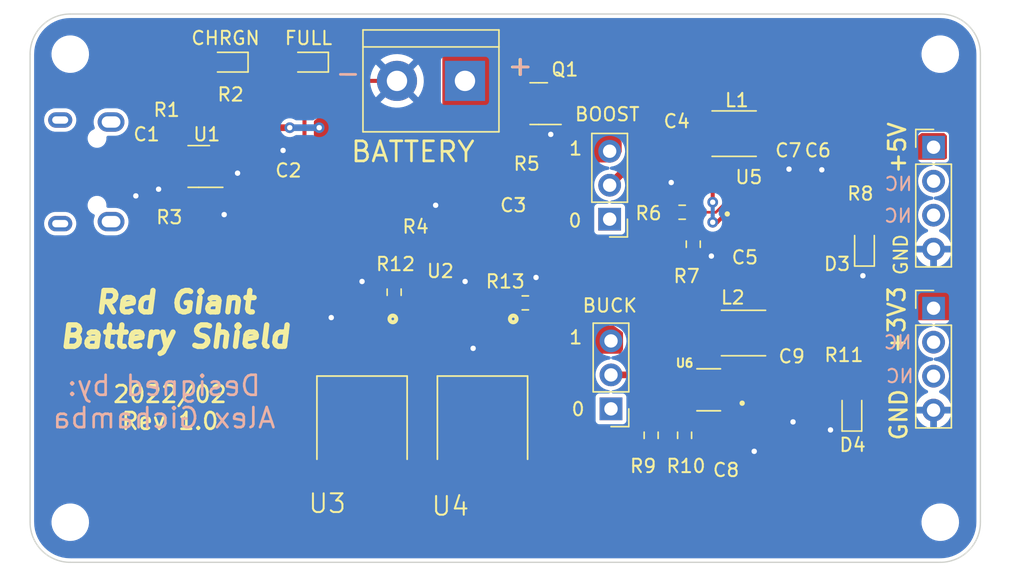
<source format=kicad_pcb>
(kicad_pcb (version 20211014) (generator pcbnew)
  (layers (0 "F.Cu" signal) (31 "B.Cu" power) (34 "B.Paste" user) (35 "F.Paste" user) (36 "B.SilkS" user "B.Silkscreen") (37 "F.SilkS" user "F.Silkscreen") (38 "B.Mask" user) (39 "F.Mask" user) (44 "Edge.Cuts" user))
  (net 0 "")
  (net 2 "+BATT")
  (net 3 "VBUS")
  (net 4 "GND")
  (net 5 "/BAT")
  (net 6 "/SW1_5V")
  (net 7 "/5V_SW")
  (net 8 "/CBST")
  (net 9 "+5V")
  (net 10 "/SW2_3V3")
  (net 11 "+3V3")
  (net 12 "/LED1")
  (net 13 "/LED2")
  (net 18 "/3V3_SW")
  (net 19 "/Vsense")
  (net 20 "/5V_F{slash}b")
  (net 21 "/3V3_F{slash}b")
  (net 22 "/Cout")
  (net 23 "/Dout")
  (net 24 "/Drain")
  (net 29 "/STAT")
  (net 30 "/PROG")
  (net 33 "/LED3")
  (net 34 "/LED4")
  (net 35 "BATT_SAFE")
  (footprint "Resistor_SMD:R_0603_1608Metric" (layer "F.Cu") (at 84 98.6 180)
    (fp_text reference "R13" (at 1.5 1.6 180) (layer "F.SilkS"))
    (fp_text value "5M1")
    (fp_line (start -0.237258 0.5225) (end 0.237258 0.5225) (layer "F.SilkS") (width 0.12))
    (fp_line (start -0.237258 -0.5225) (end 0.237258 -0.5225) (layer "F.SilkS") (width 0.12))
    (pad "1" smd roundrect (at -0.825 0 180) (size 0.8 0.95) (layers "F.Cu" "F.Paste" "F.Mask") (net 4 "GND"))
    (pad "2" smd roundrect (at 0.825 0 180) (size 0.8 0.95) (layers "F.Cu" "F.Paste" "F.Mask") (net 23 "/Dout"))
  )
  (footprint "LED_SMD:LED_0603_1608Metric" (layer "F.Cu") (at 108.4 106.7 90)
    (fp_text reference "D4" (at -2.52 0.05 180) (layer "F.SilkS"))
    (fp_text value "GREEN")
    (fp_line (start 0.8 -0.735) (end -1.485 -0.735) (layer "F.SilkS") (width 0.12))
    (fp_line (start -1.485 -0.735) (end -1.485 0.735) (layer "F.SilkS") (width 0.12))
    (fp_line (start -1.485 0.735) (end 0.8 0.735) (layer "F.SilkS") (width 0.12))
    (pad "1" smd roundrect (at -0.7875 0 90) (size 0.875 0.95) (layers "F.Cu" "F.Paste" "F.Mask") (net 4 "GND"))
    (pad "2" smd roundrect (at 0.7875 0 90) (size 0.875 0.95) (layers "F.Cu" "F.Paste" "F.Mask") (net 34 "/LED4"))
  )
  (footprint "Resistor_SMD:R_0402_1005Metric" (layer "F.Cu") (at 107.9 104.1 180)
    (fp_text reference "R11" (at 0.1 1.6) (layer "F.SilkS"))
    (fp_text value "1k5")
    (pad "1" smd roundrect (at -0.51 0 180) (size 0.54 0.64) (layers "F.Cu" "F.Paste" "F.Mask") (net 34 "/LED4"))
    (pad "2" smd roundrect (at 0.51 0 180) (size 0.54 0.64) (layers "F.Cu" "F.Paste" "F.Mask") (net 11 "+3V3"))
  )
  (footprint "SWPA3015S1R5NT:SWPA3015S1R5NT" (layer "F.Cu") (at 99.8 82.945 180)
    (fp_text reference "L1" (at 0 -0.5 unlocked) (layer "F.SilkS"))
    (fp_text value "1u5")
    (fp_line (start -1.45 -4.7) (end 1.85 -4.7) (layer "F.SilkS") (width 0.12))
    (fp_line (start -1.45 -1.3) (end 1.85 -1.3) (layer "F.SilkS") (width 0.12))
    (pad "1" smd roundrect (at -1 -3 180) (size 0.8 2.7) (layers "F.Cu" "F.Paste" "F.Mask") (roundrect_rratio 0.125) (net 7 "/5V_SW"))
    (pad "2" smd roundrect (at 1.3 -3 180) (size 0.8 2.7) (layers "F.Cu" "F.Paste" "F.Mask") (roundrect_rratio 0.0656167979) (net 6 "/SW1_5V"))
  )
  (footprint "Package_SON:WSON-6_1.5x1.5mm_P0.5mm" (layer "F.Cu") (at 77.6 98 90)
    (fp_text reference "U2" (at 1.78 0.05 180) (layer "F.SilkS"))
    (fp_text value "BQ297xy")
    (pad "1" smd rect (at -0.525 -0.5) (size 0.28 0.85) (layers "F.Cu" "F.Paste" "F.Mask"))
    (pad "2" smd rect (at -0.575 0) (size 0.28 0.75) (layers "F.Cu" "F.Paste" "F.Mask") (net 22 "/Cout"))
    (pad "3" smd rect (at -0.575 0.5) (size 0.28 0.75) (layers "F.Cu" "F.Paste" "F.Mask") (net 23 "/Dout"))
    (pad "4" smd rect (at 0.575 0.5) (size 0.28 0.75) (layers "F.Cu" "F.Paste" "F.Mask") (net 4 "GND"))
    (pad "5" smd rect (at 0.575 0) (size 0.28 0.75) (layers "F.Cu" "F.Paste" "F.Mask") (net 5 "/BAT"))
    (pad "6" smd rect (at 0.575 -0.5) (size 0.28 0.75) (layers "F.Cu" "F.Paste" "F.Mask") (net 19 "/Vsense"))
  )
  (footprint "Capacitor_SMD:C_0603_1608Metric" (layer "F.Cu") (at 99.8375 93.5625 180)
    (fp_text reference "C5" (at -0.5625 -1.6375 180) (layer "F.SilkS"))
    (fp_text value "10nF")
    (pad "1" smd roundrect (at -0.775 0 180) (size 0.9 0.95) (layers "F.Cu" "F.Paste" "F.Mask") (net 7 "/5V_SW"))
    (pad "2" smd roundrect (at 0.775 0 180) (size 0.9 0.95) (layers "F.Cu" "F.Paste" "F.Mask") (net 8 "/CBST"))
  )
  (footprint "Resistor_SMD:R_0603_1608Metric" (layer "F.Cu") (at 96.5475 94.2125 -90)
    (fp_text reference "R7" (at 2.3875 0.4975 180) (layer "F.SilkS"))
    (fp_text value "100k")
    (fp_line (start -0.237258 0.5225) (end 0.237258 0.5225) (layer "F.SilkS") (width 0.12))
    (fp_line (start -0.237258 -0.5225) (end 0.237258 -0.5225) (layer "F.SilkS") (width 0.12))
    (pad "1" smd roundrect (at -0.825 0 270) (size 0.8 0.95) (layers "F.Cu" "F.Paste" "F.Mask") (net 20 "/5V_F{slash}b"))
    (pad "2" smd roundrect (at 0.825 0 270) (size 0.8 0.95) (layers "F.Cu" "F.Paste" "F.Mask") (net 4 "GND"))
  )
  (footprint "Resistor_SMD:R_0805_2012Metric" (layer "F.Cu") (at 82 88.2 90)
    (fp_text reference "R5" (at 0 2.1 180) (layer "F.SilkS"))
    (fp_text value "330R")
    (pad "1" smd roundrect (at -0.9125 0 90) (size 1.025 1.4) (layers "F.Cu" "F.Paste" "F.Mask") (roundrect_rratio 0.243902) (net 5 "/BAT"))
    (pad "2" smd roundrect (at 0.9125 0 90) (size 1.025 1.4) (layers "F.Cu" "F.Paste" "F.Mask") (roundrect_rratio 0.243902) (net 2 "+BATT"))
  )
  (footprint "Capacitor_SMD:C_0402_1005Metric" (layer "F.Cu") (at 81 91 180)
    (fp_text reference "C3" (at -2.1 -0.3 180) (layer "F.SilkS"))
    (fp_text value "0.1uF")
    (pad "1" smd roundrect (at -0.48 0 180) (size 0.56 0.62) (layers "F.Cu" "F.Paste" "F.Mask") (net 5 "/BAT"))
    (pad "2" smd roundrect (at 0.48 0 180) (size 0.56 0.62) (layers "F.Cu" "F.Paste" "F.Mask") (net 4 "GND"))
  )
  (footprint "Capacitor_SMD:C_0805_2012Metric" (layer "F.Cu") (at 99 108.7 -90)
    (fp_text reference "C8" (at 2.4 0 180) (layer "F.SilkS"))
    (fp_text value "4.7uF")
    (pad "1" smd roundrect (at -0.95 0 270) (size 1 1.45) (layers "F.Cu" "F.Paste" "F.Mask") (net 10 "/SW2_3V3"))
    (pad "2" smd roundrect (at 0.95 0 270) (size 1 1.45) (layers "F.Cu" "F.Paste" "F.Mask") (net 4 "GND"))
  )
  (footprint "LED_SMD:LED_0603_1608Metric" (layer "F.Cu") (at 61.8 80.6 180)
    (fp_text reference "D1")
    (fp_text value "RED")
    (fp_line (start -1.485 0.735) (end 0.8 0.735) (layer "F.SilkS") (width 0.12))
    (fp_line (start -1.485 -0.735) (end -1.485 0.735) (layer "F.SilkS") (width 0.12))
    (fp_line (start 0.8 -0.735) (end -1.485 -0.735) (layer "F.SilkS") (width 0.12))
    (pad "1" smd roundrect (at -0.7875 0 180) (size 0.875 0.95) (layers "F.Cu" "F.Paste" "F.Mask") (net 29 "/STAT"))
    (pad "2" smd roundrect (at 0.7875 0 180) (size 0.875 0.95) (layers "F.Cu" "F.Paste" "F.Mask") (net 12 "/LED1"))
  )
  (footprint "Package_TO_SOT_SMD:SOT-23-5" (layer "F.Cu") (at 59.6 88.4 180)
    (fp_text reference "U1" (at -0.6 2.4) (layer "F.SilkS"))
    (fp_text value "MCP73831-2-OT")
    (fp_line (start 0 1.56) (end 0.8 1.56) (layer "F.SilkS") (width 0.12))
    (fp_line (start 0 1.56) (end -0.8 1.56) (layer "F.SilkS") (width 0.12))
    (fp_line (start 0 -1.56) (end 0.8 -1.56) (layer "F.SilkS") (width 0.12))
    (fp_line (start 0 -1.56) (end -1.8 -1.56) (layer "F.SilkS") (width 0.12))
    (pad "1" smd roundrect (at -1.1375 -0.95 180) (size 1.325 0.6) (layers "F.Cu" "F.Paste" "F.Mask") (net 29 "/STAT"))
    (pad "2" smd roundrect (at -1.1375 0 180) (size 1.325 0.6) (layers "F.Cu" "F.Paste" "F.Mask") (net 4 "GND"))
    (pad "3" smd roundrect (at -1.1375 0.95 180) (size 1.325 0.6) (layers "F.Cu" "F.Paste" "F.Mask") (net 2 "+BATT"))
    (pad "4" smd roundrect (at 1.1375 0.95 180) (size 1.325 0.6) (layers "F.Cu" "F.Paste" "F.Mask") (net 3 "VBUS"))
    (pad "5" smd roundrect (at 1.1375 -0.95 180) (size 1.325 0.6) (layers "F.Cu" "F.Paste" "F.Mask") (net 30 "/PROG"))
  )
  (footprint "Capacitor_SMD:C_0805_2012Metric" (layer "F.Cu") (at 97.4675 89.6 180)
    (fp_text reference "C4" (at 2.1575 4.58) (layer "F.SilkS"))
    (fp_text value "10uF")
    (pad "1" smd roundrect (at -0.95 0 180) (size 1 1.45) (layers "F.Cu" "F.Paste" "F.Mask") (net 6 "/SW1_5V"))
    (pad "2" smd roundrect (at 0.95 0 180) (size 1 1.45) (layers "F.Cu" "F.Paste" "F.Mask") (net 4 "GND"))
  )
  (footprint "MCP73831T-2ATI_OT:SOT95P280X145-5N" (layer "F.Cu") (at 97.7 105.1 180)
    (fp_text reference "U6" (at 1.8 2) (layer "F.SilkS") (effects (font (size 0.64 0.64))))
    (fp_text value "TLV62569DBVR")
    (fp_line (start -0.88 1.57) (end 0.88 1.57) (layer "F.SilkS") (width 0.127))
    (fp_line (start -0.88 -1.57) (end 0.88 -1.57) (layer "F.SilkS") (width 0.127))
    (fp_circle (center -2.5 -1) (end -2.4 -1) (layer "F.SilkS") (width 0.2) (fill none))
    (pad "1" smd roundrect locked (at -1.245 -0.95 180) (size 1.22 0.6) (layers "F.Cu" "F.Paste" "F.Mask") (roundrect_rratio 0.15) (net 10 "/SW2_3V3"))
    (pad "2" smd roundrect locked (at -1.245 0 180) (size 1.22 0.6) (layers "F.Cu" "F.Paste" "F.Mask") (roundrect_rratio 0.15) (net 4 "GND"))
    (pad "3" smd roundrect locked (at -1.245 0.95 180) (size 1.22 0.6) (layers "F.Cu" "F.Paste" "F.Mask") (roundrect_rratio 0.15) (net 18 "/3V3_SW"))
    (pad "4" smd roundrect locked (at 1.245 0.95 180) (size 1.22 0.6) (layers "F.Cu" "F.Paste" "F.Mask") (roundrect_rratio 0.15) (net 10 "/SW2_3V3"))
    (pad "5" smd roundrect locked (at 1.245 -0.95 180) (size 1.22 0.6) (layers "F.Cu" "F.Paste" "F.Mask") (roundrect_rratio 0.15) (net 21 "/3V3_F{slash}b"))
  )
  (footprint "Resistor_SMD:R_0402_1005Metric" (layer "F.Cu") (at 59.2 84.2 180)
    (fp_text reference "R1" (at 2 0.03) (layer "F.SilkS"))
    (fp_text value "1k5")
    (pad "1" smd roundrect (at -0.51 0 180) (size 0.54 0.64) (layers "F.Cu" "F.Paste" "F.Mask") (net 12 "/LED1"))
    (pad "2" smd roundrect (at 0.51 0 180) (size 0.54 0.64) (layers "F.Cu" "F.Paste" "F.Mask") (net 3 "VBUS"))
  )
  (footprint "Resistor_SMD:R_0603_1608Metric" (layer "F.Cu") (at 93.4 108.5 90)
    (fp_text reference "R9" (at -2.3 -0.6 180) (layer "F.SilkS"))
    (fp_text value "510k")
    (fp_line (start -0.237258 -0.5225) (end 0.237258 -0.5225) (layer "F.SilkS") (width 0.12))
    (fp_line (start -0.237258 0.5225) (end 0.237258 0.5225) (layer "F.SilkS") (width 0.12))
    (pad "1" smd roundrect (at -0.825 0 90) (size 0.8 0.95) (layers "F.Cu" "F.Paste" "F.Mask") (net 11 "+3V3"))
    (pad "2" smd roundrect (at 0.825 0 90) (size 0.8 0.95) (layers "F.Cu" "F.Paste" "F.Mask") (net 21 "/3V3_F{slash}b"))
  )
  (footprint "Capacitor_SMD:C_0805_2012Metric" (layer "F.Cu") (at 105.9375 90.8625 90)
    (fp_text reference "C6" (at 3.6625 -0.0875 180) (layer "F.SilkS"))
    (fp_text value "22uF")
    (pad "1" smd roundrect (at -0.95 0 90) (size 1 1.45) (layers "F.Cu" "F.Paste" "F.Mask") (net 9 "+5V"))
    (pad "2" smd roundrect (at 0.95 0 90) (size 1 1.45) (layers "F.Cu" "F.Paste" "F.Mask") (net 4 "GND"))
  )
  (footprint "DPAK229P990X238-4N:DPAK229P990X238-4N" (layer "F.Cu") (at 80.8 106.2 180)
    (fp_text reference "U4" (at 2.4 -7.6) (layer "F.SilkS") (effects (font (size 1.4 1.4))))
    (fp_text value "NTD4860NT4G")
    (fp_line (start 3.37 2.128) (end -3.37 2.128) (layer "F.SilkS") (width 0.127))
    (fp_line (start 3.37 -4.093) (end 3.37 2.128) (layer "F.SilkS") (width 0.127))
    (fp_line (start -3.37 2.128) (end -3.37 -4.093) (layer "F.SilkS") (width 0.127))
    (fp_circle (center -2.3 6.4) (end -2.2 6.4) (layer "F.SilkS") (width 0.3) (fill none))
    (pad "1" smd rect locked (at -2.29 4.14 270) (size 2.83 0.97) (layers "F.Cu" "F.Paste" "F.Mask") (net 23 "/Dout"))
    (pad "3" smd rect locked (at 2.29 4.14 270) (size 2.83 0.97) (layers "F.Cu" "F.Paste" "F.Mask") (net 4 "GND"))
    (pad "4" smd rect locked (at 0 -2.51 270) (size 6.09 5.63) (layers "F.Cu" "F.Mask") (net 24 "/Drain"))
  )
  (footprint "Connector_USB:USB_Micro-B_Wuerth_629105150521" (layer "F.Cu") (at 51.2 88.8 -90)
    (fp_text reference "J1")
    (fp_text value "USB_B_Micro")
    (pad "" np_thru_hole oval (at -2.5 -0.8 270) (size 0.8 0.8) (drill 0.8) (layers *.Cu *.Mask))
    (pad "" np_thru_hole oval (at 2.5 -0.8 270) (size 0.8 0.8) (drill 0.8) (layers *.Cu *.Mask))
    (pad "1" smd rect (at -1.3 -1.9 270) (size 0.45 1.3) (layers "F.Cu" "F.Paste" "F.Mask") (net 3 "VBUS"))
    (pad "2" smd rect (at -0.65 -1.9 270) (size 0.45 1.3) (layers "F.Cu" "F.Paste" "F.Mask"))
    (pad "3" smd rect (at 0 -1.9 270) (size 0.45 1.3) (layers "F.Cu" "F.Paste" "F.Mask"))
    (pad "4" smd rect (at 0.65 -1.9 270) (size 0.45 1.3) (layers "F.Cu" "F.Paste" "F.Mask"))
    (pad "5" smd rect (at 1.3 -1.9 270) (size 0.45 1.3) (layers "F.Cu" "F.Paste" "F.Mask") (net 4 "GND"))
    (pad "6" thru_hole oval (at 3.725 -1.85 270) (size 1.45 2) (drill oval 0.85 1.4) (layers *.Cu *.Mask))
    (pad "6" thru_hole oval (at -3.875 1.95 270) (size 1.15 1.8) (drill oval 0.55 1.2) (layers *.Cu *.Mask))
    (pad "6" thru_hole oval (at 3.875 1.95 270) (size 1.15 1.8) (drill oval 0.55 1.2) (layers *.Cu *.Mask))
    (pad "6" thru_hole oval (at -3.725 -1.85 270) (size 1.45 2) (drill oval 0.85 1.4) (layers *.Cu *.Mask))
  )
  (footprint "Capacitor_SMD:C_0603_1608Metric" (layer "F.Cu") (at 55.8 88.2 -90)
    (fp_text reference "C1" (at -2.2 0.1 180) (layer "F.SilkS"))
    (fp_text value "4.7uF")
    (pad "1" smd roundrect (at -0.775 0 270) (size 0.9 0.95) (layers "F.Cu" "F.Paste" "F.Mask") (net 3 "VBUS"))
    (pad "2" smd roundrect (at 0.775 0 270) (size 0.9 0.95) (layers "F.Cu" "F.Paste" "F.Mask") (net 4 "GND"))
  )
  (footprint "MountingHole:MountingHole_2.2mm_M2" (layer "F.Cu") (at 50 115)
    (fp_text reference "H3")
    (fp_text value "MountingHole")
    (pad "" np_thru_hole circle (at 0 0) (size 2.2 2.2) (drill 2.2) (layers *.Cu *.Mask))
  )
  (footprint "LED_SMD:LED_0603_1608Metric" (layer "F.Cu") (at 67.8 80.6 180)
    (fp_text reference "D2")
    (fp_text value "GREEN")
    (fp_line (start 0.8 -0.735) (end -1.485 -0.735) (layer "F.SilkS") (width 0.12))
    (fp_line (start -1.485 0.735) (end 0.8 0.735) (layer "F.SilkS") (width 0.12))
    (fp_line (start -1.485 -0.735) (end -1.485 0.735) (layer "F.SilkS") (width 0.12))
    (pad "1" smd roundrect (at -0.7875 0 180) (size 0.875 0.95) (layers "F.Cu" "F.Paste" "F.Mask") (net 4 "GND"))
    (pad "2" smd roundrect (at 0.7875 0 180) (size 0.875 0.95) (layers "F.Cu" "F.Paste" "F.Mask") (net 13 "/LED2"))
  )
  (footprint "Capacitor_SMD:C_0603_1608Metric" (layer "F.Cu") (at 63.6 87.2)
    (fp_text reference "C2" (at 2.7 1.5 180) (layer "F.SilkS"))
    (fp_text value "4.7uF")
    (pad "1" smd roundrect (at -0.775 0) (size 0.9 0.95) (layers "F.Cu" "F.Paste" "F.Mask") (net 2 "+BATT"))
    (pad "2" smd roundrect (at 0.775 0) (size 0.9 0.95) (layers "F.Cu" "F.Paste" "F.Mask") (net 4 "GND"))
  )
  (footprint "Resistor_SMD:R_0603_1608Metric" (layer "F.Cu") (at 95.7175 91.8225)
    (fp_text reference "R6" (at -2.5175 0.0775) (layer "F.SilkS"))
    (fp_text value "316k")
    (fp_line (start -0.237258 -0.5225) (end 0.237258 -0.5225) (layer "F.SilkS") (width 0.12))
    (fp_line (start -0.237258 0.5225) (end 0.237258 0.5225) (layer "F.SilkS") (width 0.12))
    (pad "1" smd roundrect (at -0.825 0) (size 0.8 0.95) (layers "F.Cu" "F.Paste" "F.Mask") (net 9 "+5V"))
    (pad "2" smd roundrect (at 0.825 0) (size 0.8 0.95) (layers "F.Cu" "F.Paste" "F.Mask") (net 20 "/5V_F{slash}b"))
  )
  (footprint "Resistor_SMD:R_0402_1005Metric" (layer "F.Cu") (at 108.8375 91.8 180)
    (fp_text reference "R8" (at -0.1925 1.37) (layer "F.SilkS"))
    (fp_text value "2k2")
    (pad "1" smd roundrect (at -0.51 0 180) (size 0.54 0.64) (layers "F.Cu" "F.Paste" "F.Mask") (net 33 "/LED3"))
    (pad "2" smd roundrect (at 0.51 0 180) (size 0.54 0.64) (layers "F.Cu" "F.Paste" "F.Mask") (net 9 "+5V"))
  )
  (footprint "MountingHole:MountingHole_2.2mm_M2" (layer "F.Cu") (at 50 80)
    (fp_text reference "H1")
    (fp_text value "MountingHole")
    (pad "" np_thru_hole circle (at 0 0) (size 2.2 2.2) (drill 2.2) (layers *.Cu *.Mask))
  )
  (footprint "Resistor_SMD:R_0603_1608Metric" (layer "F.Cu") (at 74.2 97.8 -90)
    (fp_text reference "R12" (at -2.1 -0.1 180) (layer "F.SilkS"))
    (fp_text value "5M1")
    (fp_line (start -0.237258 -0.5225) (end 0.237258 -0.5225) (layer "F.SilkS") (width 0.12))
    (fp_line (start -0.237258 0.5225) (end 0.237258 0.5225) (layer "F.SilkS") (width 0.12))
    (pad "1" smd roundrect (at -0.825 0 270) (size 0.8 0.95) (layers "F.Cu" "F.Paste" "F.Mask") (net 4 "GND"))
    (pad "2" smd roundrect (at 0.825 0 270) (size 0.8 0.95) (layers "F.Cu" "F.Paste" "F.Mask") (net 22 "/Cout"))
  )
  (footprint "Resistor_SMD:R_0402_1005Metric" (layer "F.Cu") (at 64.1 83 180)
    (fp_text reference "R2" (at 2.12 -0.02) (layer "F.SilkS"))
    (fp_text value "1k5")
    (pad "1" smd roundrect (at -0.51 0 180) (size 0.54 0.64) (layers "F.Cu" "F.Paste" "F.Mask") (net 13 "/LED2"))
    (pad "2" smd roundrect (at 0.51 0 180) (size 0.54 0.64) (layers "F.Cu" "F.Paste" "F.Mask") (net 29 "/STAT"))
  )
  (footprint "LED_SMD:LED_0603_1608Metric" (layer "F.Cu") (at 109.3375 94.3625 90)
    (fp_text reference "D3" (at -1.3275 -2.0475 180) (layer "F.SilkS"))
    (fp_text value "GREEN")
    (fp_line (start -1.485 -0.735) (end -1.485 0.735) (layer "F.SilkS") (width 0.12))
    (fp_line (start -1.485 0.735) (end 0.8 0.735) (layer "F.SilkS") (width 0.12))
    (fp_line (start 0.8 -0.735) (end -1.485 -0.735) (layer "F.SilkS") (width 0.12))
    (pad "1" smd roundrect (at -0.7875 0 90) (size 0.875 0.95) (layers "F.Cu" "F.Paste" "F.Mask") (net 4 "GND"))
    (pad "2" smd roundrect (at 0.7875 0 90) (size 0.875 0.95) (layers "F.Cu" "F.Paste" "F.Mask") (net 33 "/LED3"))
  )
  (footprint "Connector_PinHeader_2.54mm:PinHeader_1x03_P2.54mm_Vertical" (layer "F.Cu") (at 90.4 106.525 180)
    (fp_text reference "J6")
    (fp_text value "Conn_01x03_Male")
    (fp_line (start -1.33 1.27) (end -1.33 6.41) (layer "F.SilkS") (width 0.12))
    (fp_line (start -1.33 1.27) (end 1.33 1.27) (layer "F.SilkS") (width 0.12))
    (fp_line (start -1.33 0) (end -1.33 -1.33) (layer "F.SilkS") (width 0.12))
    (fp_line (start -1.33 6.41) (end 1.33 6.41) (layer "F.SilkS") (width 0.12))
    (fp_line (start 1.33 1.27) (end 1.33 6.41) (layer "F.SilkS") (width 0.12))
    (fp_line (start -1.33 -1.33) (end 0 -1.33) (layer "F.SilkS") (width 0.12))
    (pad "1" thru_hole rect (at 0 0 180) (size 1.7 1.7) (drill 1) (layers *.Cu *.Mask))
    (pad "2" thru_hole oval (at 0 2.54 180) (size 1.7 1.7) (drill 1) (layers *.Cu *.Mask) (net 10 "/SW2_3V3"))
    (pad "3" thru_hole oval (at 0 5.08 180) (size 1.7 1.7) (drill 1) (layers *.Cu *.Mask) (net 35 "BATT_SAFE"))
  )
  (footprint "Resistor_SMD:R_0603_1608Metric" (layer "F.Cu") (at 95.9 108.5 -90)
    (fp_text reference "R10" (at 2.3 -0.1 180) (layer "F.SilkS"))
    (fp_text value "115k")
    (fp_line (start -0.237258 0.5225) (end 0.237258 0.5225) (layer "F.SilkS") (width 0.12))
    (fp_line (start -0.237258 -0.5225) (end 0.237258 -0.5225) (layer "F.SilkS") (width 0.12))
    (pad "1" smd roundrect (at -0.825 0 270) (size 0.8 0.95) (layers "F.Cu" "F.Paste" "F.Mask") (net 21 "/3V3_F{slash}b"))
    (pad "2" smd roundrect (at 0.825 0 270) (size 0.8 0.95) (layers "F.Cu" "F.Paste" "F.Mask") (net 4 "GND"))
  )
  (footprint "Capacitor_SMD:C_0805_2012Metric" (layer "F.Cu") (at 104 105 -90)
    (fp_text reference "C9" (at -2.4 0.1 180) (layer "F.SilkS"))
    (fp_text value "10uF")
    (pad "1" smd roundrect (at -0.95 0 270) (size 1 1.45) (layers "F.Cu" "F.Paste" "F.Mask") (net 11 "+3V3"))
    (pad "2" smd roundrect (at 0.95 0 270) (size 1 1.45) (layers "F.Cu" "F.Paste" "F.Mask") (net 4 "GND"))
  )
  (footprint "Connector_PinHeader_2.54mm:PinHeader_1x03_P2.54mm_Vertical" (layer "F.Cu") (at 90.3 92.34 180)
    (fp_text reference "J5")
    (fp_text value "Conn_01x03_Male")
    (fp_line (start -1.33 0) (end -1.33 -1.33) (layer "F.SilkS") (width 0.12))
    (fp_line (start -1.33 1.27) (end -1.33 6.41) (layer "F.SilkS") (width 0.12))
    (fp_line (start -1.33 1.27) (end 1.33 1.27) (layer "F.SilkS") (width 0.12))
    (fp_line (start 1.33 1.27) (end 1.33 6.41) (layer "F.SilkS") (width 0.12))
    (fp_line (start -1.33 -1.33) (end 0 -1.33) (layer "F.SilkS") (width 0.12))
    (fp_line (start -1.33 6.41) (end 1.33 6.41) (layer "F.SilkS") (width 0.12))
    (pad "1" thru_hole rect (at 0 0 180) (size 1.7 1.7) (drill 1) (layers *.Cu *.Mask))
    (pad "2" thru_hole oval (at 0 2.54 180) (size 1.7 1.7) (drill 1) (layers *.Cu *.Mask) (net 6 "/SW1_5V"))
    (pad "3" thru_hole oval (at 0 5.08 180) (size 1.7 1.7) (drill 1) (layers *.Cu *.Mask) (net 35 "BATT_SAFE"))
  )
  (footprint "DPAK229P990X238-4N:DPAK229P990X238-4N" (layer "F.Cu") (at 71.8 106.2 180)
    (fp_text reference "U3" (at 2.6 -7.4) (layer "F.SilkS") (effects (font (size 1.4 1.4))))
    (fp_text value "NTD4860NT4G")
    (fp_line (start 3.37 -4.093) (end 3.37 2.128) (layer "F.SilkS") (width 0.127))
    (fp_line (start -3.37 2.128) (end -3.37 -4.093) (layer "F.SilkS") (width 0.127))
    (fp_line (start 3.37 2.128) (end -3.37 2.128) (layer "F.SilkS") (width 0.127))
    (fp_circle (center -2.3 6.4) (end -2.2 6.4) (layer "F.SilkS") (width 0.3) (fill none))
    (pad "1" smd rect locked (at -2.29 4.14 270) (size 2.83 0.97) (layers "F.Cu" "F.Paste" "F.Mask") (net 22 "/Cout"))
    (pad "3" smd rect locked (at 2.29 4.14 270) (size 2.83 0.97) (layers "F.Cu" "F.Paste" "F.Mask") (net 4 "GND"))
    (pad "4" smd rect locked (at 0 -2.51 270) (size 6.09 5.63) (layers "F.Cu" "F.Mask") (net 24 "/Drain"))
  )
  (footprint "Connector_PinHeader_2.54mm:PinHeader_1x04_P2.54mm_Vertical" (layer "F.Cu") (at 114.5 86.96)
    (fp_text reference "J3")
    (fp_text value "Conn_01x04_Male")
    (fp_line (start 1.33 1.27) (end 1.33 8.95) (layer "F.SilkS") (width 0.12))
    (fp_line (start -1.33 1.27) (end 1.33 1.27) (layer "F.SilkS") (width 0.12))
    (fp_line (start -1.33 -1.33) (end 0 -1.33) (layer "F.SilkS") (width 0.12))
    (fp_line (start -1.33 8.95) (end 1.33 8.95) (layer "F.SilkS") (width 0.12))
    (fp_line (start -1.33 1.27) (end -1.33 8.95) (layer "F.SilkS") (width 0.12))
    (fp_line (start -1.33 0) (end -1.33 -1.33) (layer "F.SilkS") (width 0.12))
    (pad "1" thru_hole rect (at 0 0) (size 1.7 1.7) (drill 1) (layers *.Cu *.Mask) (net 9 "+5V"))
    (pad "2" thru_hole oval (at 0 2.54) (size 1.7 1.7) (drill 1) (layers *.Cu *.Mask))
    (pad "3" thru_hole oval (at 0 5.08) (size 1.7 1.7) (drill 1) (layers *.Cu *.Mask))
    (pad "4" thru_hole oval (at 0 7.62) (size 1.7 1.7) (drill 1) (layers *.Cu *.Mask) (net 4 "GND"))
  )
  (footprint "SWPA3015S1R5NT:SWPA3015S1R5NT" (layer "F.Cu") (at 100.1 103.855)
    (fp_text reference "L2" (at -0.6 -5.655 unlocked) (layer "F.SilkS"))
    (fp_text value "1u5")
    (fp_line (start -1.45 -4.7) (end 1.85 -4.7) (layer "F.SilkS") (width 0.12))
    (fp_line (start -1.45 -1.3) (end 1.85 -1.3) (layer "F.SilkS") (width 0.12))
    (pad "1" smd roundrect (at -1 -3) (size 0.8 2.7) (layers "F.Cu" "F.Paste" "F.Mask") (roundrect_rratio 0.125) (net 18 "/3V3_SW"))
    (pad "2" smd roundrect (at 1.3 -3) (size 0.8 2.7) (layers "F.Cu" "F.Paste" "F.Mask") (roundrect_rratio 0.0656167979) (net 11 "+3V3"))
  )
  (footprint "Package_TO_SOT_SMD:SOT-23" (layer "F.Cu") (at 85 83.7 180)
    (fp_text reference "Q1" (at -1.95 2.55) (layer "F.SilkS"))
    (fp_text value "AO3401A")
    (fp_line (start 0 -1.56) (end 0.65 -1.56) (layer "F.SilkS") (width 0.12))
    (fp_line (start 0 -1.56) (end -1.675 -1.56) (layer "F.SilkS") (width 0.12))
    (fp_line (start 0 1.56) (end 0.65 1.56) (layer "F.SilkS") (width 0.12))
    (fp_line (start 0 1.56) (end -0.65 1.56) (layer "F.SilkS") (width 0.12))
    (pad "1" smd roundrect (at -0.9375 -0.95 180) (size 1.475 0.6) (layers "F.Cu" "F.Paste" "F.Mask") (net 4 "GND"))
    (pad "2" smd roundrect (at -0.9375 0.95 180) (size 1.475 0.6) (layers "F.Cu" "F.Paste" "F.Mask") (net 35 "BATT_SAFE"))
    (pad "3" smd roundrect (at 0.9375 0 180) (size 1.475 0.6) (layers "F.Cu" "F.Paste" "F.Mask") (net 2 "+BATT"))
  )
  (footprint "Connector_PinHeader_2.54mm:PinHeader_1x04_P2.54mm_Vertical" (layer "F.Cu") (at 114.5 99)
    (fp_text reference "J4")
    (fp_text value "Conn_01x04_Male")
    (fp_line (start 1.33 1.27) (end 1.33 8.95) (layer "F.SilkS") (width 0.12))
    (fp_line (start -1.33 1.27) (end -1.33 8.95) (layer "F.SilkS") (width 0.12))
    (fp_line (start -1.33 -1.33) (end 0 -1.33) (layer "F.SilkS") (width 0.12))
    (fp_line (start -1.33 0) (end -1.33 -1.33) (layer "F.SilkS") (width 0.12))
    (fp_line (start -1.33 1.27) (end 1.33 1.27) (layer "F.SilkS") (width 0.12))
    (fp_line (start -1.33 8.95) (end 1.33 8.95) (layer "F.SilkS") (width 0.12))
    (pad "1" thru_hole rect (at 0 0) (size 1.7 1.7) (drill 1) (layers *.Cu *.Mask) (net 11 "+3V3"))
    (pad "2" thru_hole oval (at 0 2.54) (size 1.7 1.7) (drill 1) (layers *.Cu *.Mask))
    (pad "3" thru_hole oval (at 0 5.08) (size 1.7 1.7) (drill 1) (layers *.Cu *.Mask))
    (pad "4" thru_hole oval (at 0 7.62) (size 1.7 1.7) (drill 1) (layers *.Cu *.Mask) (net 4 "GND"))
  )
  (footprint "Capacitor_SMD:C_0805_2012Metric" (layer "F.Cu") (at 103.5375 90.8625 90)
    (fp_text reference "C7" (at 3.6625 0.1125 180) (layer "F.SilkS"))
    (fp_text value "22uF")
    (pad "1" smd roundrect (at -0.95 0 90) (size 1 1.45) (layers "F.Cu" "F.Paste" "F.Mask") (net 9 "+5V"))
    (pad "2" smd roundrect (at 0.95 0 90) (size 1 1.45) (layers "F.Cu" "F.Paste" "F.Mask") (net 4 "GND"))
  )
  (footprint "Resistor_SMD:R_0402_1005Metric" (layer "F.Cu") (at 77 94.6 -90)
    (fp_text reference "R4" (at -1.7 1.2 180) (layer "F.SilkS"))
    (fp_text value "2k2")
    (pad "1" smd roundrect (at -0.51 0 270) (size 0.54 0.64) (layers "F.Cu" "F.Paste" "F.Mask") (net 4 "GND"))
    (pad "2" smd roundrect (at 0.51 0 270) (size 0.54 0.64) (layers "F.Cu" "F.Paste" "F.Mask") (net 19 "/Vsense"))
  )
  (footprint "TPS61230ARNSR:IC_TPS61230ARNSR" (layer "F.Cu") (at 100.8375 91.2 90)
    (fp_text reference "U5" (at 2 -0.1375 180) (layer "F.SilkS"))
    (fp_text value "TPS61230ARNSR")
    (fp_circle (center -0.75 -1.75) (end -0.65 -1.75) (layer "F.SilkS") (width 0.2) (fill none))
    (pad "1" smd roundrect locked (at -0.75 -0.9 90) (size 0.25 0.6) (layers "F.Cu" "F.Paste") (roundrect_rratio 0.12) (net 8 "/CBST"))
    (pad "2" smd roundrect locked (at -0.25 -0.9 90) (size 0.25 0.6) (layers "F.Cu" "F.Paste") (roundrect_rratio 0.12) (net 6 "/SW1_5V"))
    (pad "3" smd roundrect locked (at 0.25 -0.9 90) (size 0.25 0.6) (layers "F.Cu" "F.Paste") (roundrect_rratio 0.12) (net 20 "/5V_F{slash}b"))
    (pad "4" smd roundrect locked (at 0.75 -0.9 90) (size 0.25 0.6) (layers "F.Cu" "F.Paste") (roundrect_rratio 0.12) (net 6 "/SW1_5V"))
    (pad "5" smd roundrect locked (at 0 0.015 90) (size 2.5 0.35) (layers "F.Cu") (roundrect_rratio 0.1) (net 7 "/5V_SW"))
    (pad "6" smd roundrect locked (at 0.75 0.54 90) (size 1 0.4) (layers "F.Cu") (roundrect_rratio 0.1) (net 4 "GND"))
    (pad "7" smd roundrect locked (at -0.6 0.54 90) (size 1.3 0.4) (layers "F.Cu") (roundrect_rratio 0.1) (net 9 "+5V"))
  )
  (footprint "MountingHole:MountingHole_2.2mm_M2" (layer "F.Cu") (at 115 80)
    (fp_text reference "H2")
    (fp_text value "MountingHole")
    (pad "" np_thru_hole circle (at 0 0) (size 2.2 2.2) (drill 2.2) (layers *.Cu *.Mask))
  )
  (footprint "Resistor_SMD:R_0402_1005Metric" (layer "F.Cu") (at 59.4 92)
    (fp_text reference "R3" (at -2 0.2) (layer "F.SilkS"))
    (fp_text value "2k0")
    (pad "1" smd roundrect (at -0.51 0) (size 0.54 0.64) (layers "F.Cu" "F.Paste" "F.Mask") (net 30 "/PROG"))
    (pad "2" smd roundrect (at 0.51 0) (size 0.54 0.64) (layers "F.Cu" "F.Paste" "F.Mask") (net 4 "GND"))
  )
  (footprint "TerminalBlock:TerminalBlock_bornier-2_P5.08mm" (layer "F.Cu") (at 79.49 82 180)
    (fp_text reference "J2")
    (fp_text value "Screw_Terminal_01x02")
    (fp_line (start 7.62 2.54) (end -2.54 2.54) (layer "F.SilkS") (width 0.12))
    (fp_line (start 7.62 -3.81) (end -2.54 -3.81) (layer "F.SilkS") (width 0.12))
    (fp_line (start -2.54 3.81) (end 7.62 3.81) (layer "F.SilkS") (width 0.12))
    (fp_line (start -2.54 -3.81) (end -2.54 3.81) (layer "F.SilkS") (width 0.12))
    (fp_line (start 7.62 3.81) (end 7.62 -3.81) (layer "F.SilkS") (width 0.12))
    (pad "1" thru_hole rect (at 0 0 180) (size 3 3) (drill 1.52) (layers *.Cu *.Mask) (net 2 "+BATT"))
    (pad "2" thru_hole circle (at 5.08 0 180) (size 3 3) (drill 1.52) (layers *.Cu *.Mask) (net 4 "GND"))
  )
  (footprint "MountingHole:MountingHole_2.2mm_M2" (layer "F.Cu") (at 115 115)
    (fp_text reference "H4")
    (fp_text value "MountingHole")
    (pad "" np_thru_hole circle (at 0 0) (size 2.2 2.2) (drill 2.2) (layers *.Cu *.Mask))
  )
  (gr_line (start 115 118) (end 50 118) (layer "Edge.Cuts") (width 0.1))
  (gr_arc (start 115 77) (mid 117.12132 77.87868) (end 118 80) (layer "Edge.Cuts") (width 0.1))
  (gr_line (start 50 77) (end 115 77) (layer "Edge.Cuts") (width 0.1))
  (gr_arc (start 118 115) (mid 117.12132 117.12132) (end 115 118) (layer "Edge.Cuts") (width 0.1))
  (gr_line (start 47 115) (end 47 80) (layer "Edge.Cuts") (width 0.1))
  (gr_arc (start 50 118) (mid 47.87868 117.12132) (end 47 115) (layer "Edge.Cuts") (width 0.1))
  (gr_arc (start 47 80) (mid 47.87868 77.87868) (end 50 77) (layer "Edge.Cuts") (width 0.1))
  (gr_line (start 118 80) (end 118 115) (layer "Edge.Cuts") (width 0.1))
  (gr_text "NC" (at 111.85 92.09) (layer "B.SilkS") (effects (font (size 1 1)) (justify mirror)))
  (gr_text "NC" (at 111.98 104.08) (layer "B.SilkS") (effects (font (size 1 1)) (justify mirror)))
  (gr_text "-" (at 70.75 81.4) (layer "B.SilkS") (effects (font (size 1.5 1.5) (thickness 0.2)) (justify mirror)))
  (gr_text "NC" (at 111.88 89.71) (layer "B.SilkS") (effects (font (size 1 1)) (justify mirror)))
  (gr_text "NC" (at 111.82 101.55) (layer "B.SilkS") (effects (font (size 1 1)) (justify mirror)))
  (gr_text "Designed by:\nAlex Gichamba" (at 57 106) (layer "B.SilkS") (effects (font (size 1.5 1.5) (thickness 0.2)) (justify mirror)))
  (gr_text "+" (at 83.65 80.85) (layer "B.SilkS") (effects (font (size 1.5 1.5) (thickness 0.2)) (justify mirror)))
  (gr_text "+3V3" (at 111.75 99.87 90) (layer "F.SilkS") (effects (font (size 1.25 1.25) (thickness 0.2))))
  (gr_text "BOOST" (at 90.12 84.5) (layer "F.SilkS") (effects (font (size 1 1))))
  (gr_text "BATTERY" (at 75.6 87.3) (layer "F.SilkS") (effects (font (size 1.5 1.5) (thickness 0.2))))
  (gr_text "BUCK" (at 90.31 98.8) (layer "F.SilkS") (effects (font (size 1 1))))
  (gr_text "1" (at 87.77 101.18) (layer "F.SilkS") (effects (font (size 1 1))))
  (gr_text "GND" (at 112.06 94.99 90) (layer "F.SilkS") (effects (font (size 1 1))))
  (gr_text "0" (at 87.71 92.45) (layer "F.SilkS") (effects (font (size 1 1))))
  (gr_text "+" (at 83.6 80.85) (layer "F.SilkS") (effects (font (size 1.5 1.5) (thickness 0.2))))
  (gr_text "FULL" (at 67.8 78.8) (layer "F.SilkS") (effects (font (size 1 1))))
  (gr_text "Red Giant\nBattery Shield" (at 57.86 99.84) (layer "F.SilkS") (effects (font (size 1.6 1.6) (thickness 0.4) italic)))
  (gr_text "CHRGN" (at 61.6 78.8) (layer "F.SilkS") (effects (font (size 1 1))))
  (gr_text "+5V" (at 111.79 87.01 90) (layer "F.SilkS") (effects (font (size 1.25 1.25) (thickness 0.2))))
  (gr_text "GND" (at 111.9 106.96 90) (layer "F.SilkS") (effects (font (size 1.25 1.25) (thickness 0.2))))
  (gr_text "1" (at 87.76 87.06) (layer "F.SilkS") (effects (font (size 1 1))))
  (gr_text "0" (at 87.94 106.55) (layer "F.SilkS") (effects (font (size 1 1))))
  (gr_text "2022/02\nRev 1.0" (at 57.45 106.44) (layer "F.SilkS") (effects (font (size 1.25 1.25) (thickness 0.2))))
  (gr_text "-" (at 70.95 81.45) (layer "F.SilkS") (effects (font (size 1 1))))
  (segment (start 62.8 87.175) (end 62.825 87.2) (width 0.5) (layer "F.Cu") (net 2))
  (segment (start 60.7375 87.45) (end 62.575 87.45) (width 0.6) (layer "F.Cu") (net 2))
  (segment (start 62.575 87.45) (end 62.825 87.2) (width 0.6) (layer "F.Cu") (net 2))
  (segment (start 62.8 87.175) (end 62.8 85.9) (width 0.5) (layer "F.Cu") (net 2))
  (segment (start 62.8 85.9) (end 63.2 85.5) (width 0.5) (layer "F.Cu") (net 2))
  (segment (start 63.2 85.5) (end 66.4 85.5) (width 0.5) (layer "F.Cu") (net 2))
  (via (at 68.6 85.5) (size 0.8) (drill 0.4) (layers "F.Cu" "B.Cu") (net 2))
  (via (at 66.4 85.5) (size 0.8) (drill 0.4) (layers "F.Cu" "B.Cu") (net 2))
  (segment (start 66.4 85.5) (end 68.6 85.5) (width 0.5) (layer "B.Cu") (net 2))
  (segment (start 58.69 87.2225) (end 58.4625 87.45) (width 0.3) (layer "F.Cu") (net 3))
  (segment (start 55.825 87.45) (end 55.8 87.425) (width 0.6) (layer "F.Cu") (net 3))
  (segment (start 55.8 87.425) (end 54.375 87.425) (width 0.6) (layer "F.Cu") (net 3))
  (segment (start 58.69 84.2) (end 58.69 87.2225) (width 0.3) (layer "F.Cu") (net 3))
  (segment (start 54.374511 87.425489) (end 53.1 87.425489) (width 0.6) (layer "F.Cu") (net 3))
  (segment (start 54.375 87.425) (end 54.374511 87.425489) (width 0.6) (layer "F.Cu") (net 3))
  (segment (start 58.4625 87.45) (end 55.825 87.45) (width 0.6) (layer "F.Cu") (net 3))
  (segment (start 77 93.6) (end 78.3 92.3) (width 0.5) (layer "F.Cu") (net 4))
  (segment (start 102.55 105.95) (end 104 105.95) (width 0.5) (layer "F.Cu") (net 4))
  (segment (start 98.945 105.1) (end 101.7 105.1) (width 0.5) (layer "F.Cu") (net 4))
  (segment (start 53.1 90.1) (end 53.5 90.1) (width 0.3) (layer "F.Cu") (net 4))
  (segment (start 96.5475 95.0375) (end 97.8375 95.0375) (width 0.5) (layer "F.Cu") (net 4))
  (segment (start 96.5175 89.6) (end 94.9 89.6) (width 0.5) (layer "F.Cu") (net 4))
  (segment (start 79.6 91) (end 80.52 91) (width 0.5) (layer "F.Cu") (net 4))
  (segment (start 84.825 98.6) (end 84.825 96.725) (width 0.5) (layer "F.Cu") (net 4))
  (segment (start 77 94.09) (end 77 93.6) (width 0.5) (layer "F.Cu") (net 4))
  (segment (start 101.7 105.1) (end 102.55 105.95) (width 0.5) (layer "F.Cu") (net 4))
  (segment (start 64.375 87.2) (end 65.9 87.2) (width 0.5) (layer "F.Cu") (net 4))
  (segment (start 79.075 97.425) (end 79.5 97) (width 0.3) (layer "F.Cu") (net 4))
  (segment (start 53.1 90.1) (end 53.6 90.1) (width 0.3) (layer "F.Cu") (net 4))
  (segment (start 85.9375 84.65) (end 85.9375 85.9625) (width 0.6) (layer "F.Cu") (net 4))
  (segment (start 85.9375 85.9625) (end 85.9 86) (width 0.6) (layer "F.Cu") (net 4))
  (segment (start 69.9875 82) (end 74.41 82) (width 0.3) (layer "F.Cu") (net 4))
  (segment (start 78.3 92.3) (end 79.6 91) (width 0.5) (layer "F.Cu") (net 4))
  (segment (start 55.8 88.975) (end 55.8 89.3) (width 0.6) (layer "F.Cu") (net 4))
  (segment (start 60.7375 88.4) (end 62 88.4) (width 0.5) (layer "F.Cu") (net 4))
  (segment (start 78.3 92.3) (end 77.3 91.3) (width 0.5) (layer "F.Cu") (net 4))
  (segment (start 84.825 96.725) (end 84.8 96.7) (width 0.5) (layer "F.Cu") (net 4))
  (segment (start 62 88.4) (end 62.5 88.9) (width 0.5) (layer "F.Cu") (net 4))
  (segment (start 68.5875 80.6) (end 69.9875 82) (width 0.3) (layer "F.Cu") (net 4))
  (segment (start 101.05 109.65) (end 101.1 109.7) (width 0.5) (layer "F.Cu") (net 4))
  (segment (start 78.1 97.425) (end 79.075 97.425) (width 0.3) (layer "F.Cu") (net 4))
  (segment (start 55.8 89.3) (end 56.6 90.1) (width 0.6) (layer "F.Cu") (net 4))
  (segment (start 105.9375 89.9125) (end 105.9375 89.8625) (width 0.5) (layer "F.Cu") (net 4))
  (segment (start 54 90.6) (end 54.9 90.6) (width 0.3) (layer "F.Cu") (net 4))
  (segment (start 59.91 92) (end 61.5 92) (width 0.3) (layer "F.Cu") (net 4))
  (segment (start 109.22 95.2675) (end 109.3375 95.15) (width 0.5) (layer "F.Cu") (net 4))
  (segment (start 109.22 96.57) (end 109.22 95.2675) (width 0.5) (layer "F.Cu") (net 4))
  (segment (start 97.8375 95.0375) (end 97.9 95.1) (width 0.5) (layer "F.Cu") (net 4))
  (segment (start 53.5 90.1) (end 54 90.6) (width 0.3) (layer "F.Cu") (net 4))
  (via (at 104 107.5) (size 0.8) (drill 0.4) (layers "F.Cu" "B.Cu") (net 4))
  (via (at 106.8 108.1) (size 0.8) (drill 0.4) (layers "F.Cu" "B.Cu") (net 4))
  (via (at 65.9 87.2) (size 0.8) (drill 0.4) (layers "F.Cu" "B.Cu") (net 4))
  (via (at 109.22 96.57) (size 0.8) (drill 0.4) (layers "F.Cu" "B.Cu") (net 4))
  (via (at 62.5 88.9) (size 0.8) (drill 0.4) (layers "F.Cu" "B.Cu") (net 4))
  (via (at 56.6 90.1) (size 0.8) (drill 0.4) (layers "F.Cu" "B.Cu") (net 4))
  (via (at 77.3 91.3) (size 0.8) (drill 0.4) (layers "F.Cu" "B.Cu") (net 4))
  (via (at 103.7 88.6) (size 0.8) (drill 0.4) (layers "F.Cu" "B.Cu") (net 4))
  (via (at 71.8 97) (size 0.8) (drill 0.4) (layers "F.Cu" "B.Cu") (net 4))
  (via (at 79.5 97) (size 0.8) (drill 0.4) (layers "F.Cu" "B.Cu") (net 4))
  (via (at 97.9 95.1) (size 0.8) (drill 0.4) (layers "F.Cu" "B.Cu") (net 4))
  (via (at 106.15 88.65) (size 0.8) (drill 0.4) (layers "F.Cu" "B.Cu") (net 4))
  (via (at 84.8 96.7) (size 0.8) (drill 0.4) (layers "F.Cu" "B.Cu") (net 4))
  (via (at 61.5 92) (size 0.8) (drill 0.4) (layers "F.Cu" "B.Cu") (net 4))
  (via (at 69.5 99.7) (size 0.8) (drill 0.4) (layers "F.Cu" "B.Cu") (net 4))
  (via (at 54.9 90.6) (size 0.8) (drill 0.4) (layers "F.Cu" "B.Cu") (net 4))
  (via (at 80.1 102) (size 0.8) (drill 0.4) (layers "F.Cu" "B.Cu") (net 4))
  (via (at 94.9 89.6) (size 0.8) (drill 0.4) (layers "F.Cu" "B.Cu") (net 4))
  (via (at 85.9 86) (size 0.8) (drill 0.4) (layers "F.Cu" "B.Cu") (net 4))
  (via (at 101.1 109.7) (size 0.8) (drill 0.4) (layers "F.Cu" "B.Cu") (net 4))
  (segment (start 81.48 93.72) (end 81.48 91) (width 0.3) (layer "F.Cu") (net 5))
  (segment (start 82 90.48) (end 81.48 91) (width 0.5) (layer "F.Cu") (net 5))
  (segment (start 80.210978 94.1) (end 81.1 94.1) (width 0.3) (layer "F.Cu") (net 5))
  (segment (start 81.1 94.1) (end 81.48 93.72) (width 0.3) (layer "F.Cu") (net 5))
  (segment (start 77.6 97.425) (end 77.6 96.710978) (width 0.3) (layer "F.Cu") (net 5))
  (segment (start 82 89.1125) (end 82 90.48) (width 0.5) (layer "F.Cu") (net 5))
  (segment (start 77.6 96.710978) (end 80.210978 94.1) (width 0.3) (layer "F.Cu") (net 5))
  (segment (start 98 92.572) (end 98.334428 92.572) (width 0.3) (layer "F.Cu") (net 6))
  (segment (start 98.334428 92.572) (end 99.456428 91.45) (width 0.3) (layer "F.Cu") (net 6))
  (segment (start 98.4525 86.1625) (end 93.9375 86.1625) (width 0.6) (layer "F.Cu") (net 6))
  (segment (start 99.456428 91.45) (end 99.9375 91.45) (width 0.3) (layer "F.Cu") (net 6))
  (segment (start 93.9375 86.1625) (end 90.3 89.8) (width 0.6) (layer "F.Cu") (net 6))
  (segment (start 98 91.073) (end 98 90.0175) (width 0.3) (layer "F.Cu") (net 6))
  (segment (start 98 90.0175) (end 98.4175 89.6) (width 0.3) (layer "F.Cu") (net 6))
  (via (at 98 92.572) (size 0.8) (drill 0.4) (layers "F.Cu" "B.Cu") (net 6))
  (via (at 98 91.073) (size 0.8) (drill 0.4) (layers "F.Cu" "B.Cu") (net 6))
  (segment (start 98 92.572) (end 98 91.073) (width 0.3) (layer "B.Cu") (net 6))
  (segment (start 100.6125 93.5625) (end 100.82798 93.34702) (width 0.3) (layer "F.Cu") (net 7))
  (segment (start 99.0625 93.5625) (end 99.9 92.725) (width 0.3) (layer "F.Cu") (net 8))
  (segment (start 99.9 92.725) (end 99.9 91.9875) (width 0.3) (layer "F.Cu") (net 8))
  (segment (start 96.29 103.985) (end 90.4 103.985) (width 0.5) (layer "F.Cu") (net 10))
  (segment (start 96.455 104.305) (end 96.455 104.15) (width 0.5) (layer "F.Cu") (net 10))
  (segment (start 96.455 104.15) (end 96.29 103.985) (width 0.5) (layer "F.Cu") (net 10))
  (segment (start 98.945 107.695) (end 99 107.75) (width 0.5) (layer "F.Cu") (net 10))
  (segment (start 98.945 106.05) (end 98.2 106.05) (width 0.5) (layer "F.Cu") (net 10))
  (segment (start 98.2 106.05) (end 96.455 104.305) (width 0.5) (layer "F.Cu") (net 10))
  (segment (start 107.2 113) (end 110.7 109.5) (width 0.5) (layer "F.Cu") (net 11))
  (segment (start 97.075 113) (end 107.2 113) (width 0.5) (layer "F.Cu") (net 11))
  (segment (start 107.39 103.21) (end 107.39 104.1) (width 0.5) (layer "F.Cu") (net 11))
  (segment (start 110.7 109.5) (end 110.7 103.5) (width 0.5) (layer "F.Cu") (net 11))
  (segment (start 93.4 109.325) (end 97.075 113) (width 0.5) (layer "F.Cu") (net 11))
  (segment (start 107.39 104.1) (end 104.05 104.1) (width 0.5) (layer "F.Cu") (net 11))
  (segment (start 110.7 103.5) (end 110 102.8) (width 0.5) (layer "F.Cu") (net 11))
  (segment (start 107.8 102.8) (end 107.39 103.21) (width 0.5) (layer "F.Cu") (net 11))
  (segment (start 104.05 104.1) (end 104 104.05) (width 0.5) (layer "F.Cu") (net 11))
  (segment (start 110 102.8) (end 107.8 102.8) (width 0.5) (layer "F.Cu") (net 11))
  (segment (start 59.71 84.2) (end 59.71 81.9025) (width 0.3) (layer "F.Cu") (net 12))
  (segment (start 59.71 81.9025) (end 61.0125 80.6) (width 0.3) (layer "F.Cu") (net 12))
  (segment (start 64.6125 83) (end 67.0125 80.6) (width 0.3) (layer "F.Cu") (net 13))
  (segment (start 64.61 83) (end 64.6125 83) (width 0.3) (layer "F.Cu") (net 13))
  (segment (start 98.915 104.12) (end 98.945 104.15) (width 0.5) (layer "F.Cu") (net 18))
  (segment (start 77.1 97.1) (end 76.6 96.6) (width 0.3) (layer "F.Cu") (net 19))
  (segment (start 77.1 97.425) (end 77.1 97.1) (width 0.3) (layer "F.Cu") (net 19))
  (segment (start 76.6 95.51) (end 77 95.11) (width 0.3) (layer "F.Cu") (net 19))
  (segment (start 76.6 96.6) (end 76.6 95.51) (width 0.3) (layer "F.Cu") (net 19))
  (segment (start 96.5425 91.8225) (end 96.5425 93.3825) (width 0.5) (layer "F.Cu") (net 20))
  (segment (start 99.9375 90.95) (end 99.112259 90.95) (width 0.2) (layer "F.Cu") (net 20))
  (segment (start 98.239759 91.8225) (end 96.5425 91.8225) (width 0.2) (layer "F.Cu") (net 20))
  (segment (start 96.5425 93.3825) (end 96.5475 93.3875) (width 0.5) (layer "F.Cu") (net 20))
  (segment (start 99.112259 90.95) (end 98.239759 91.8225) (width 0.2) (layer "F.Cu") (net 20))
  (segment (start 93.4 107.675) (end 95.9 107.675) (width 0.5) (layer "F.Cu") (net 21))
  (segment (start 96.455 107.12) (end 95.9 107.675) (width 0.5) (layer "F.Cu") (net 21))
  (segment (start 96.455 106.05) (end 96.455 107.12) (width 0.5) (layer "F.Cu") (net 21))
  (segment (start 75.175 99.6) (end 74.2 98.625) (width 0.3) (layer "F.Cu") (net 22))
  (segment (start 77.6 98.575) (end 77.6 99.4) (width 0.3) (layer "F.Cu") (net 22))
  (segment (start 72.9 99) (end 73.275 98.625) (width 0.5) (layer "F.Cu") (net 22))
  (segment (start 74.09 100.99) (end 72.9 99.8) (width 0.5) (layer "F.Cu") (net 22))
  (segment (start 73.275 98.625) (end 74.2 98.625) (width 0.5) (layer "F.Cu") (net 22))
  (segment (start 74.09 102.06) (end 74.09 100.99) (width 0.5) (layer "F.Cu") (net 22))
  (segment (start 77.6 99.4) (end 77.4 99.6) (width 0.3) (layer "F.Cu") (net 22))
  (segment (start 72.9 99.8) (end 72.9 99) (width 0.5) (layer "F.Cu") (net 22))
  (segment (start 77.4 99.6) (end 75.175 99.6) (width 0.3) (layer "F.Cu") (net 22))
  (segment (start 62.5875 80.6) (end 62.5875 81.9975) (width 0.3) (layer "F.Cu") (net 29))
  (segment (start 61.8 90.7) (end 67.2 90.7) (width 0.3) (layer "F.Cu") (net 29))
  (segment (start 63.9 83.9) (end 63.59 83.59) (width 0.3) (layer "F.Cu") (net 29))
  (segment (start 67.2 90.7) (end 67.5 90.4) (width 0.3) (layer "F.Cu") (net 29))
  (segment (start 60.7375 89.6375) (end 61.8 90.7) (width 0.3) (layer "F.Cu") (net 29))
  (segment (start 67.5 84.4) (end 67 83.9) (width 0.3) (layer "F.Cu") (net 29))
  (segment (start 60.7375 89.35) (end 60.7375 89.6375) (width 0.3) (layer "F.Cu") (net 29))
  (segment (start 67 83.9) (end 63.9 83.9) (width 0.3) (layer "F.Cu") (net 29))
  (segment (start 67.5 90.4) (end 67.5 84.4) (width 0.3) (layer "F.Cu") (net 29))
  (segment (start 63.59 83.59) (end 63.59 83) (width 0.3) (layer "F.Cu") (net 29))
  (segment (start 62.5875 81.9975) (end 63.59 83) (width 0.3) (layer "F.Cu") (net 29))
  (segment (start 58.4625 91.5725) (end 58.89 92) (width 0.3) (layer "F.Cu") (net 30))
  (segment (start 58.4625 89.35) (end 58.4625 91.5725) (width 0.3) (layer "F.Cu") (net 30))
  (segment (start 109.3475 93.565) (end 109.3375 93.575) (width 0.3) (layer "F.Cu") (net 33))
  (segment (start 109.3475 91.8) (end 109.3475 93.565) (width 0.3) (layer "F.Cu") (net 33))
  (segment (start 108.41 104.1) (end 108.41 105.9025) (width 0.3) (layer "F.Cu") (net 34))
  (segment (start 108.41 105.9025) (end 108.4 105.9125) (width 0.3) (layer "F.Cu") (net 34))
  (zone (net 2) (net_name "+BATT") (layer "F.Cu") (connect_pads yes (clearance 0.3)) (min_thickness 0.3) (fill yes (thermal_gap 0.5) (thermal_bridge_width 0.5))
    (polygon (pts (xy 84.4 79.3) (xy 84.4 83) (xy 84.8 83.4) (xy 84.8 83.9) (xy 84 84.5) (xy 84 87) (xy 83.5 87.8) (xy 68.3 87.8) (xy 68.2 87.6) (xy 68.2 85) (xy 68.7 84.6) (xy 77.7 84.6) (xy 77.8 84.5) (xy 77.8 79.2) (xy 77.9 79.1) (xy 78.2 78.9) (xy 83.8 78.9)))
  )
  (zone (net 6) (net_name "/SW1_5V") (layer "F.Cu") (connect_pads yes (clearance 0.15)) (min_thickness 0.15) (fill yes (thermal_gap 0.5) (thermal_bridge_width 0.5))
    (polygon (pts (xy 99 84.5) (xy 99 88.05) (xy 100.25 89.75) (xy 100.25 90.5) (xy 100.2 90.55) (xy 99.65 90.55) (xy 99.35 90.35) (xy 98.25 90.35) (xy 97.9 90.2) (xy 97.9 84.45) (xy 98 84.4) (xy 98.9 84.4)))
  )
  (zone (net 18) (net_name "/3V3_SW") (layer "F.Cu") (connect_pads yes (clearance 0.3)) (min_thickness 0.3) (fill yes (thermal_gap 0.5) (thermal_bridge_width 0.5))
    (polygon (pts (xy 99.616102 99.302551) (xy 99.616102 104.302551) (xy 99.516102 104.402551) (xy 98.616102 104.402551) (xy 98.4 104.4) (xy 98.316102 99.302551) (xy 98.416102 99.202551) (xy 99.516102 99.202551)))
  )
  (zone (net 7) (net_name "/5V_SW") (layer "F.Cu") (connect_pads yes (clearance 0.13)) (min_thickness 0.13) (fill yes (thermal_gap 0.5) (thermal_bridge_width 0.5))
    (polygon (pts (xy 101.4 84.5) (xy 101.4 88) (xy 101 88.4) (xy 101 93.1) (xy 101.1 93.2) (xy 101.1 94) (xy 101 94.1) (xy 100.2 94.1) (xy 100.1 93.8) (xy 100.1 93.2) (xy 100.2 93) (xy 100.7 92.8) (xy 100.7 88.4) (xy 100.2 88) (xy 100.2 84.5) (xy 100.3 84.3) (xy 101.3 84.3)))
  )
  (zone (net 4) (net_name "GND") (layer "F.Cu") (connect_pads yes (clearance 0.3)) (min_thickness 0.3) (fill yes (thermal_gap 0.5) (thermal_bridge_width 0.5))
    (polygon (pts (xy 80.5 100.6) (xy 80.5 103.4) (xy 80.3 103.7) (xy 78.1 103.7) (xy 77.9 103.6) (xy 77.9 100.6) (xy 78 100.5) (xy 80.3 100.5)))
  )
  (zone (net 9) (net_name "+5V") (layer "F.Cu") (connect_pads yes (clearance 0.15)) (min_thickness 0.15) (fill yes (thermal_gap 0.5) (thermal_bridge_width 0.5))
    (polygon (pts (xy 115.5 86.1) (xy 115.5 87.8) (xy 115.3 87.9) (xy 112.9 87.9) (xy 108.6 90.8) (xy 108.6 92.1) (xy 107 93.4) (xy 107 97) (xy 106.7 97.5) (xy 93.5 97.5) (xy 93.2 97.2) (xy 93.2 91.5) (xy 93.5 91.3) (xy 95.2 91.3) (xy 95.3 91.4) (xy 95.3 92.2) (xy 95.1 92.4) (xy 95.1 96.2) (xy 95.6 96.7) (xy 102.4 96.7) (xy 103.3 95.9) (xy 103.3 93.7) (xy 102 92.9) (xy 101.2 92.5) (xy 101.2 91.3) (xy 106.6 91.3) (xy 113.6 85.9) (xy 115.3 85.9)))
  )
  (zone (net 10) (net_name "/SW2_3V3") (layer "F.Cu") (connect_pads yes (clearance 0.3)) (min_thickness 0.3) (fill yes (thermal_gap 0.5) (thermal_bridge_width 0.5))
    (polygon (pts (xy 99.9 105.9) (xy 99.9 108.2) (xy 99.8 108.3) (xy 98.3 108.3) (xy 98.2 108.2) (xy 98.2 106) (xy 98.5 105.8) (xy 99.8 105.8)))
  )
  (zone (net 4) (net_name "GND") (layer "F.Cu") (connect_pads yes (clearance 0.13)) (min_thickness 0.13) (fill yes (thermal_gap 0.5) (thermal_bridge_width 0.5))
    (polygon (pts (xy 107.65 88.15) (xy 107.65 89.15) (xy 106.85 90.4) (xy 101.9 90.4) (xy 101.65 90.6) (xy 101.65 90.95) (xy 101.2 90.95) (xy 101.2 89.95) (xy 102.7 87.85) (xy 107.05 87.85)))
  )
  (zone (net 4) (net_name "GND") (layer "F.Cu") (connect_pads yes (clearance 0.3)) (min_thickness 0.3) (fill yes (thermal_gap 0.5) (thermal_bridge_width 0.5) (smoothing chamfer))
    (polygon (pts (xy 74.8 96.6) (xy 74.8 97.1) (xy 74.6 97.6) (xy 71.4 97.6) (xy 71.1 97.8) (xy 71.1 103.2) (xy 70.9 103.6) (xy 68.7 103.6) (xy 68.4 103.3) (xy 68.3 97) (xy 69 96.5) (xy 74.5 96.5)))
  )
  (zone (net 24) (net_name "/Drain") (layer "F.Cu") (connect_pads (clearance 0.3)) (min_thickness 0.25) (fill yes (thermal_gap 0.5) (thermal_bridge_width 0.5))
    (polygon (pts (xy 84 105.4) (xy 84 111.8) (xy 83.8 112.2) (xy 69 112.2) (xy 68.6 111.8) (xy 68.6 105.8) (xy 68.8 105.4) (xy 69.2 105.2) (xy 83.6 105.2)))
  )
  (zone (net 23) (net_name "/Dout") (layer "F.Cu") (connect_pads yes (clearance 0.3)) (min_thickness 0.3) (fill yes (thermal_gap 0.5) (thermal_bridge_width 0.5))
    (polygon (pts (xy 83.6 98.2) (xy 83.6 99.2) (xy 83.9 99.8) (xy 83.9 103.6) (xy 83.7 103.8) (xy 82.5 103.8) (xy 82.3 103.6) (xy 82.3 99.3) (xy 82 99.1) (xy 78.1 99.1) (xy 78 99) (xy 78 98.3) (xy 78.1 98.2) (xy 79.1 98.2) (xy 79.5 97.9) (xy 83.2 97.9)))
  )
  (zone (net 11) (net_name "+3V3") (layer "F.Cu") (connect_pads yes (clearance 0.3)) (min_thickness 0.3) (fill yes (thermal_gap 0.5) (thermal_bridge_width 0.5))
    (polygon (pts (xy 115.9 97.9) (xy 115.9 99.8) (xy 115.6 99.9) (xy 105.9 99.9) (xy 105.4 100.3) (xy 105.4 104.4) (xy 104.6 104.6) (xy 103.2 104.6) (xy 102.9 104.3) (xy 102.9 103) (xy 102.6 102.8) (xy 101 102.8) (xy 100.9 102.5) (xy 100.9 99.5) (xy 101 99.2) (xy 104.4 99.2) (xy 105.8 98.6) (xy 111.9 98.6) (xy 113.1 97.3) (xy 115.6 97.3)))
  )
  (zone (net 35) (net_name "BATT_SAFE") (layer "F.Cu") (connect_pads yes (clearance 0.3)) (min_thickness 0.25) (fill yes (thermal_gap 0.5) (thermal_bridge_width 0.5) (smoothing fillet))
    (polygon (pts (xy 91 82.1) (xy 91 86) (xy 91.1 86.4) (xy 91.2 86.6) (xy 91.2 87.3) (xy 90.9 87.9) (xy 90.4 88.1) (xy 88.7 88.1) (xy 88.4 88.5) (xy 88.4 100) (xy 89 100.3) (xy 90.6 100.3) (xy 91.3 100.8) (xy 91.3 102.1) (xy 91.1 102.4) (xy 87 102.4) (xy 86.7 102.1) (xy 86.7 86.7) (xy 87 86.1) (xy 87.4 85) (xy 87.5 83.8) (xy 86.9 83.2) (xy 85.4 83.2) (xy 85.3 83.1) (xy 85.3 82.1) (xy 85.5 81.8) (xy 90.7 81.8)))
  )
  (zone (net 4) (net_name "GND") (layer "F.Cu") (connect_pads yes (clearance 0.3)) (min_thickness 0.3) (fill yes (thermal_gap 0.5) (thermal_bridge_width 0.5))
    (polygon (pts (xy 104.7 105.6) (xy 104.7 106.4) (xy 105.3 107) (xy 108.7 107) (xy 108.9 107.1) (xy 108.9 108.1) (xy 106.8 110.3) (xy 97.7 110.3) (xy 97.5 110) (xy 97.2 109.7) (xy 95.5 109.7) (xy 95.4 109.6) (xy 95.4 109.1) (xy 95.6 108.9) (xy 97.6 108.9) (xy 97.9 109.1) (xy 102.6 109.1) (xy 102.8 108.7) (xy 102.8 106) (xy 103.2 105.4) (xy 104.4 105.4)))
  )
  (zone (net 4) (net_name "GND") (layer "B.Cu") (connect_pads (clearance 0.3)) (min_thickness 0.25) (fill yes (thermal_gap 0.5) (thermal_bridge_width 0.5))
    (polygon (pts (xy 118 118.0875) (xy 47 118.0875) (xy 47 77.0875) (xy 118 77.0875)))
  )
)
</source>
